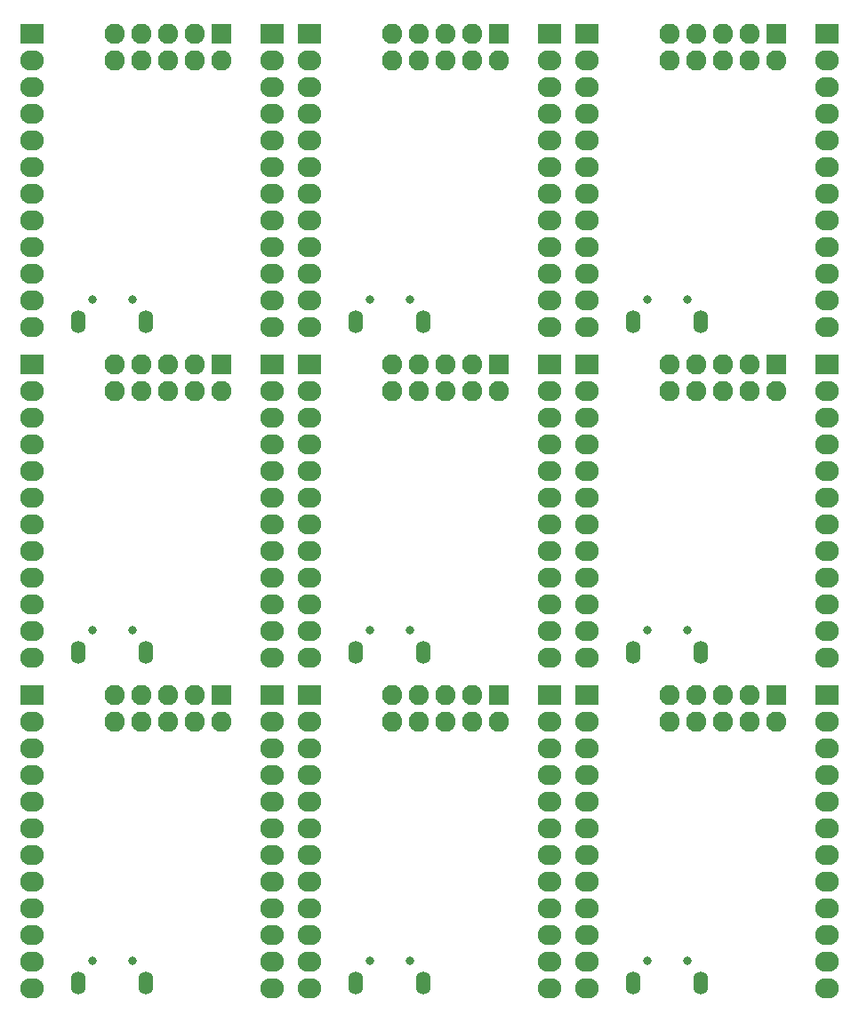
<source format=gbs>
G04 #@! TF.FileFunction,Soldermask,Bot*
%FSLAX46Y46*%
G04 Gerber Fmt 4.6, Leading zero omitted, Abs format (unit mm)*
G04 Created by KiCad (PCBNEW 4.0.1-2.201512121406+6195~38~ubuntu15.10.1-stable) date Monday, December 14, 2015 PM10:15:38 HKT*
%MOMM*%
G01*
G04 APERTURE LIST*
%ADD10C,0.100000*%
%ADD11O,1.403200X2.203200*%
%ADD12C,0.803200*%
%ADD13R,1.930400X1.930400*%
%ADD14O,1.930400X1.930400*%
%ADD15R,2.235200X1.930400*%
%ADD16O,2.235200X1.930400*%
G04 APERTURE END LIST*
D10*
D11*
X59030000Y2286000D03*
X65430000Y2286000D03*
D12*
X60330000Y4436000D03*
X64130000Y4436000D03*
D13*
X72644000Y29718000D03*
D14*
X72644000Y27178000D03*
X70104000Y29718000D03*
X70104000Y27178000D03*
X67564000Y29718000D03*
X67564000Y27178000D03*
X65024000Y29718000D03*
X65024000Y27178000D03*
X62484000Y29718000D03*
X62484000Y27178000D03*
D15*
X77470000Y29718000D03*
D16*
X77470000Y27178000D03*
X77470000Y24638000D03*
X77470000Y22098000D03*
X77470000Y19558000D03*
X77470000Y17018000D03*
X77470000Y14478000D03*
X77470000Y11938000D03*
X77470000Y9398000D03*
X77470000Y6858000D03*
X77470000Y4318000D03*
X77470000Y1778000D03*
D15*
X54610000Y29718000D03*
D16*
X54610000Y27178000D03*
X54610000Y24638000D03*
X54610000Y22098000D03*
X54610000Y19558000D03*
X54610000Y17018000D03*
X54610000Y14478000D03*
X54610000Y11938000D03*
X54610000Y9398000D03*
X54610000Y6858000D03*
X54610000Y4318000D03*
X54610000Y1778000D03*
D11*
X59030000Y33782000D03*
X65430000Y33782000D03*
D12*
X60330000Y35932000D03*
X64130000Y35932000D03*
D13*
X72644000Y61214000D03*
D14*
X72644000Y58674000D03*
X70104000Y61214000D03*
X70104000Y58674000D03*
X67564000Y61214000D03*
X67564000Y58674000D03*
X65024000Y61214000D03*
X65024000Y58674000D03*
X62484000Y61214000D03*
X62484000Y58674000D03*
D15*
X77470000Y61214000D03*
D16*
X77470000Y58674000D03*
X77470000Y56134000D03*
X77470000Y53594000D03*
X77470000Y51054000D03*
X77470000Y48514000D03*
X77470000Y45974000D03*
X77470000Y43434000D03*
X77470000Y40894000D03*
X77470000Y38354000D03*
X77470000Y35814000D03*
X77470000Y33274000D03*
D15*
X54610000Y61214000D03*
D16*
X54610000Y58674000D03*
X54610000Y56134000D03*
X54610000Y53594000D03*
X54610000Y51054000D03*
X54610000Y48514000D03*
X54610000Y45974000D03*
X54610000Y43434000D03*
X54610000Y40894000D03*
X54610000Y38354000D03*
X54610000Y35814000D03*
X54610000Y33274000D03*
D11*
X59030000Y65278000D03*
X65430000Y65278000D03*
D12*
X60330000Y67428000D03*
X64130000Y67428000D03*
D13*
X72644000Y92710000D03*
D14*
X72644000Y90170000D03*
X70104000Y92710000D03*
X70104000Y90170000D03*
X67564000Y92710000D03*
X67564000Y90170000D03*
X65024000Y92710000D03*
X65024000Y90170000D03*
X62484000Y92710000D03*
X62484000Y90170000D03*
D15*
X77470000Y92710000D03*
D16*
X77470000Y90170000D03*
X77470000Y87630000D03*
X77470000Y85090000D03*
X77470000Y82550000D03*
X77470000Y80010000D03*
X77470000Y77470000D03*
X77470000Y74930000D03*
X77470000Y72390000D03*
X77470000Y69850000D03*
X77470000Y67310000D03*
X77470000Y64770000D03*
D15*
X54610000Y92710000D03*
D16*
X54610000Y90170000D03*
X54610000Y87630000D03*
X54610000Y85090000D03*
X54610000Y82550000D03*
X54610000Y80010000D03*
X54610000Y77470000D03*
X54610000Y74930000D03*
X54610000Y72390000D03*
X54610000Y69850000D03*
X54610000Y67310000D03*
X54610000Y64770000D03*
D11*
X32614000Y2286000D03*
X39014000Y2286000D03*
D12*
X33914000Y4436000D03*
X37714000Y4436000D03*
D13*
X46228000Y29718000D03*
D14*
X46228000Y27178000D03*
X43688000Y29718000D03*
X43688000Y27178000D03*
X41148000Y29718000D03*
X41148000Y27178000D03*
X38608000Y29718000D03*
X38608000Y27178000D03*
X36068000Y29718000D03*
X36068000Y27178000D03*
D15*
X51054000Y29718000D03*
D16*
X51054000Y27178000D03*
X51054000Y24638000D03*
X51054000Y22098000D03*
X51054000Y19558000D03*
X51054000Y17018000D03*
X51054000Y14478000D03*
X51054000Y11938000D03*
X51054000Y9398000D03*
X51054000Y6858000D03*
X51054000Y4318000D03*
X51054000Y1778000D03*
D15*
X28194000Y29718000D03*
D16*
X28194000Y27178000D03*
X28194000Y24638000D03*
X28194000Y22098000D03*
X28194000Y19558000D03*
X28194000Y17018000D03*
X28194000Y14478000D03*
X28194000Y11938000D03*
X28194000Y9398000D03*
X28194000Y6858000D03*
X28194000Y4318000D03*
X28194000Y1778000D03*
D11*
X32614000Y33782000D03*
X39014000Y33782000D03*
D12*
X33914000Y35932000D03*
X37714000Y35932000D03*
D13*
X46228000Y61214000D03*
D14*
X46228000Y58674000D03*
X43688000Y61214000D03*
X43688000Y58674000D03*
X41148000Y61214000D03*
X41148000Y58674000D03*
X38608000Y61214000D03*
X38608000Y58674000D03*
X36068000Y61214000D03*
X36068000Y58674000D03*
D15*
X51054000Y61214000D03*
D16*
X51054000Y58674000D03*
X51054000Y56134000D03*
X51054000Y53594000D03*
X51054000Y51054000D03*
X51054000Y48514000D03*
X51054000Y45974000D03*
X51054000Y43434000D03*
X51054000Y40894000D03*
X51054000Y38354000D03*
X51054000Y35814000D03*
X51054000Y33274000D03*
D15*
X28194000Y61214000D03*
D16*
X28194000Y58674000D03*
X28194000Y56134000D03*
X28194000Y53594000D03*
X28194000Y51054000D03*
X28194000Y48514000D03*
X28194000Y45974000D03*
X28194000Y43434000D03*
X28194000Y40894000D03*
X28194000Y38354000D03*
X28194000Y35814000D03*
X28194000Y33274000D03*
D11*
X32614000Y65278000D03*
X39014000Y65278000D03*
D12*
X33914000Y67428000D03*
X37714000Y67428000D03*
D13*
X46228000Y92710000D03*
D14*
X46228000Y90170000D03*
X43688000Y92710000D03*
X43688000Y90170000D03*
X41148000Y92710000D03*
X41148000Y90170000D03*
X38608000Y92710000D03*
X38608000Y90170000D03*
X36068000Y92710000D03*
X36068000Y90170000D03*
D15*
X51054000Y92710000D03*
D16*
X51054000Y90170000D03*
X51054000Y87630000D03*
X51054000Y85090000D03*
X51054000Y82550000D03*
X51054000Y80010000D03*
X51054000Y77470000D03*
X51054000Y74930000D03*
X51054000Y72390000D03*
X51054000Y69850000D03*
X51054000Y67310000D03*
X51054000Y64770000D03*
D15*
X28194000Y92710000D03*
D16*
X28194000Y90170000D03*
X28194000Y87630000D03*
X28194000Y85090000D03*
X28194000Y82550000D03*
X28194000Y80010000D03*
X28194000Y77470000D03*
X28194000Y74930000D03*
X28194000Y72390000D03*
X28194000Y69850000D03*
X28194000Y67310000D03*
X28194000Y64770000D03*
D11*
X6198000Y2286000D03*
X12598000Y2286000D03*
D12*
X7498000Y4436000D03*
X11298000Y4436000D03*
D13*
X19812000Y29718000D03*
D14*
X19812000Y27178000D03*
X17272000Y29718000D03*
X17272000Y27178000D03*
X14732000Y29718000D03*
X14732000Y27178000D03*
X12192000Y29718000D03*
X12192000Y27178000D03*
X9652000Y29718000D03*
X9652000Y27178000D03*
D15*
X24638000Y29718000D03*
D16*
X24638000Y27178000D03*
X24638000Y24638000D03*
X24638000Y22098000D03*
X24638000Y19558000D03*
X24638000Y17018000D03*
X24638000Y14478000D03*
X24638000Y11938000D03*
X24638000Y9398000D03*
X24638000Y6858000D03*
X24638000Y4318000D03*
X24638000Y1778000D03*
D15*
X1778000Y29718000D03*
D16*
X1778000Y27178000D03*
X1778000Y24638000D03*
X1778000Y22098000D03*
X1778000Y19558000D03*
X1778000Y17018000D03*
X1778000Y14478000D03*
X1778000Y11938000D03*
X1778000Y9398000D03*
X1778000Y6858000D03*
X1778000Y4318000D03*
X1778000Y1778000D03*
D11*
X6198000Y33782000D03*
X12598000Y33782000D03*
D12*
X7498000Y35932000D03*
X11298000Y35932000D03*
D13*
X19812000Y61214000D03*
D14*
X19812000Y58674000D03*
X17272000Y61214000D03*
X17272000Y58674000D03*
X14732000Y61214000D03*
X14732000Y58674000D03*
X12192000Y61214000D03*
X12192000Y58674000D03*
X9652000Y61214000D03*
X9652000Y58674000D03*
D15*
X24638000Y61214000D03*
D16*
X24638000Y58674000D03*
X24638000Y56134000D03*
X24638000Y53594000D03*
X24638000Y51054000D03*
X24638000Y48514000D03*
X24638000Y45974000D03*
X24638000Y43434000D03*
X24638000Y40894000D03*
X24638000Y38354000D03*
X24638000Y35814000D03*
X24638000Y33274000D03*
D15*
X1778000Y61214000D03*
D16*
X1778000Y58674000D03*
X1778000Y56134000D03*
X1778000Y53594000D03*
X1778000Y51054000D03*
X1778000Y48514000D03*
X1778000Y45974000D03*
X1778000Y43434000D03*
X1778000Y40894000D03*
X1778000Y38354000D03*
X1778000Y35814000D03*
X1778000Y33274000D03*
D15*
X1778000Y92710000D03*
D16*
X1778000Y90170000D03*
X1778000Y87630000D03*
X1778000Y85090000D03*
X1778000Y82550000D03*
X1778000Y80010000D03*
X1778000Y77470000D03*
X1778000Y74930000D03*
X1778000Y72390000D03*
X1778000Y69850000D03*
X1778000Y67310000D03*
X1778000Y64770000D03*
D15*
X24638000Y92710000D03*
D16*
X24638000Y90170000D03*
X24638000Y87630000D03*
X24638000Y85090000D03*
X24638000Y82550000D03*
X24638000Y80010000D03*
X24638000Y77470000D03*
X24638000Y74930000D03*
X24638000Y72390000D03*
X24638000Y69850000D03*
X24638000Y67310000D03*
X24638000Y64770000D03*
D13*
X19812000Y92710000D03*
D14*
X19812000Y90170000D03*
X17272000Y92710000D03*
X17272000Y90170000D03*
X14732000Y92710000D03*
X14732000Y90170000D03*
X12192000Y92710000D03*
X12192000Y90170000D03*
X9652000Y92710000D03*
X9652000Y90170000D03*
D11*
X6198000Y65278000D03*
X12598000Y65278000D03*
D12*
X7498000Y67428000D03*
X11298000Y67428000D03*
M02*

</source>
